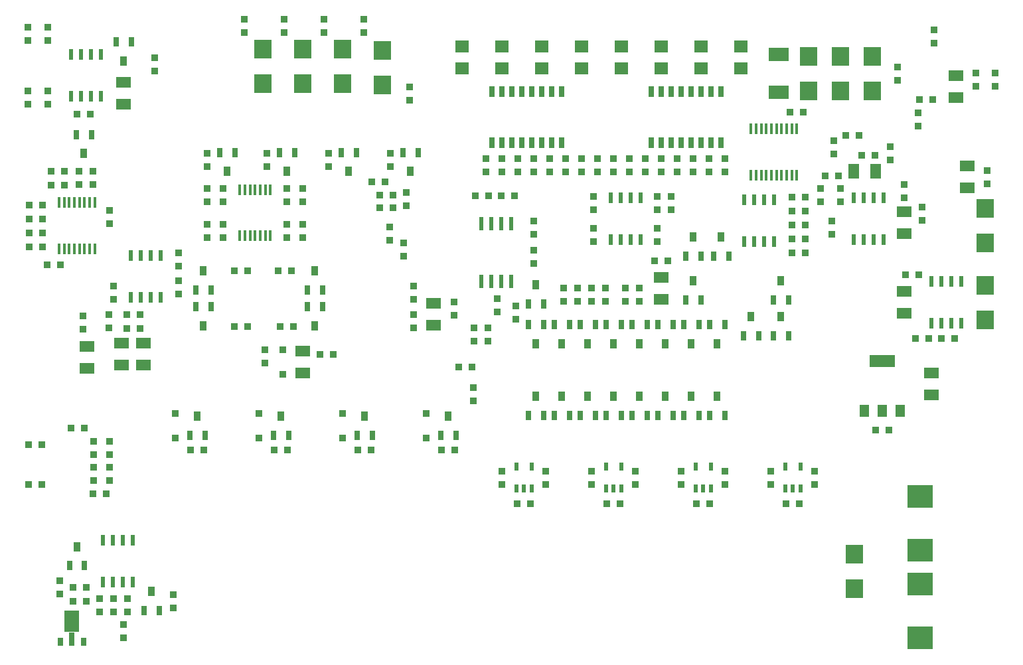
<source format=gbp>
G04 (created by PCBNEW (2013-jul-07)-stable) date miÃ© 17 sep 2014 11:04:25 ART*
%MOIN*%
G04 Gerber Fmt 3.4, Leading zero omitted, Abs format*
%FSLAX34Y34*%
G01*
G70*
G90*
G04 APERTURE LIST*
%ADD10C,0.00590551*%
%ADD11R,0.0374X0.0334*%
%ADD12R,0.078X0.058*%
%ADD13R,0.0294961X0.0452441*%
%ADD14R,0.0373701X0.0452441*%
%ADD15R,0.0354016X0.0334331*%
%ADD16R,0.0688661X0.0609921*%
%ADD17R,0.0334X0.0374*%
%ADD18R,0.021622X0.0688661*%
%ADD19R,0.013748X0.0570551*%
%ADD20R,0.0141417X0.0570551*%
%ADD21R,0.0157165X0.0550866*%
%ADD22R,0.0255591X0.0570551*%
%ADD23R,0.0255591X0.0413071*%
%ADD24R,0.0255591X0.0688661*%
%ADD25R,0.0767402X0.108236*%
%ADD26R,0.021622X0.0413071*%
%ADD27R,0.127921X0.0609921*%
%ADD28R,0.0452441X0.0609921*%
%ADD29R,0.021622X0.0578425*%
%ADD30R,0.1043X0.0689*%
%ADD31R,0.127921X0.112173*%
%ADD32R,0.0885512X0.0964252*%
%ADD33R,0.058X0.078*%
G04 APERTURE END LIST*
G54D10*
G54D11*
X64150Y-21434D03*
X64150Y-20765D03*
G54D12*
X63150Y-21651D03*
X63150Y-20548D03*
G54D13*
X33274Y-34072D03*
G54D14*
X32900Y-33127D03*
G54D13*
X32525Y-34072D03*
X24874Y-34072D03*
G54D14*
X24500Y-33127D03*
G54D13*
X24125Y-34072D03*
X29074Y-34072D03*
G54D14*
X28700Y-33127D03*
G54D13*
X28325Y-34072D03*
G54D15*
X27600Y-34220D03*
X27600Y-32979D03*
X31800Y-34220D03*
X31800Y-32979D03*
X23400Y-34220D03*
X23400Y-32979D03*
X36000Y-34220D03*
X36000Y-32979D03*
G54D13*
X37474Y-34072D03*
G54D14*
X37100Y-33127D03*
G54D13*
X36725Y-34072D03*
G54D16*
X39800Y-14548D03*
X39800Y-15651D03*
X41800Y-14548D03*
X41800Y-15651D03*
X37800Y-14548D03*
X37800Y-15651D03*
X51800Y-14548D03*
X51800Y-15651D03*
X43800Y-14548D03*
X43800Y-15651D03*
X45800Y-14548D03*
X45800Y-15651D03*
X47800Y-14548D03*
X47800Y-15651D03*
X49800Y-14548D03*
X49800Y-15651D03*
G54D17*
X39765Y-22050D03*
X40434Y-22050D03*
G54D18*
X40250Y-26356D03*
X39750Y-26356D03*
X39250Y-26356D03*
X38750Y-26356D03*
X38750Y-23443D03*
X39250Y-23443D03*
X39750Y-23443D03*
X40250Y-23443D03*
G54D11*
X39100Y-28665D03*
X39100Y-29334D03*
X38400Y-28665D03*
X38400Y-29334D03*
G54D17*
X58565Y-33800D03*
X59234Y-33800D03*
G54D19*
X53577Y-21031D03*
X53322Y-21031D03*
X53066Y-21031D03*
X52810Y-21031D03*
X54345Y-18668D03*
X54345Y-21031D03*
X54089Y-21031D03*
X53833Y-21031D03*
X52554Y-18668D03*
X52810Y-18668D03*
X53066Y-18668D03*
X53322Y-18668D03*
X53577Y-18668D03*
X53833Y-18668D03*
X52554Y-21031D03*
G54D20*
X54089Y-18668D03*
G54D19*
X54601Y-21031D03*
X52298Y-21031D03*
X52298Y-18668D03*
G54D20*
X54601Y-18668D03*
G54D21*
X18322Y-22388D03*
X18577Y-22388D03*
X18833Y-22388D03*
X19089Y-22388D03*
X19345Y-22388D03*
X17554Y-22388D03*
X17810Y-22388D03*
X18066Y-22388D03*
X19345Y-24711D03*
X19089Y-24711D03*
X18833Y-24711D03*
X18577Y-24711D03*
X18322Y-24711D03*
X18066Y-24711D03*
X17810Y-24711D03*
X17554Y-24711D03*
X27400Y-21738D03*
X27655Y-21738D03*
X27911Y-21738D03*
X28167Y-21738D03*
X28167Y-24061D03*
X26632Y-21738D03*
X26888Y-21738D03*
X27144Y-21738D03*
X27911Y-24061D03*
X27655Y-24061D03*
X27400Y-24061D03*
X27144Y-24061D03*
X26888Y-24061D03*
X26632Y-24061D03*
G54D22*
X47300Y-16820D03*
X47800Y-16820D03*
X48300Y-16820D03*
X48800Y-16820D03*
X49300Y-16820D03*
X49800Y-16820D03*
X50300Y-16820D03*
X50800Y-16820D03*
X50800Y-19379D03*
X50300Y-19379D03*
X49800Y-19379D03*
X49300Y-19379D03*
X48800Y-19379D03*
X48300Y-19379D03*
X47800Y-19379D03*
X47300Y-19379D03*
X39300Y-16820D03*
X39800Y-16820D03*
X40300Y-16820D03*
X40800Y-16820D03*
X41300Y-16820D03*
X41800Y-16820D03*
X42300Y-16820D03*
X42800Y-16820D03*
X42800Y-19379D03*
X42300Y-19379D03*
X41800Y-19379D03*
X41300Y-19379D03*
X40800Y-19379D03*
X40300Y-19379D03*
X39800Y-19379D03*
X39300Y-19379D03*
G54D23*
X18791Y-44450D03*
G54D24*
X18200Y-44312D03*
G54D23*
X17609Y-44450D03*
G54D25*
X18200Y-43406D03*
G54D26*
X54774Y-36751D03*
X54025Y-36751D03*
X54400Y-36751D03*
X54025Y-35648D03*
X54774Y-35648D03*
X50274Y-36751D03*
X49525Y-36751D03*
X49900Y-36751D03*
X49525Y-35648D03*
X50274Y-35648D03*
X45774Y-36751D03*
X45025Y-36751D03*
X45400Y-36751D03*
X45025Y-35648D03*
X45774Y-35648D03*
X41274Y-36751D03*
X40525Y-36751D03*
X40900Y-36751D03*
X40525Y-35648D03*
X41274Y-35648D03*
G54D13*
X41874Y-27472D03*
G54D14*
X41500Y-26527D03*
G54D13*
X41125Y-27472D03*
X43725Y-28527D03*
G54D14*
X44100Y-29472D03*
G54D13*
X44474Y-28527D03*
X47074Y-33072D03*
G54D14*
X46700Y-32127D03*
G54D13*
X46325Y-33072D03*
X45774Y-33072D03*
G54D14*
X45400Y-32127D03*
G54D13*
X45025Y-33072D03*
X44474Y-33072D03*
G54D14*
X44100Y-32127D03*
G54D13*
X43725Y-33072D03*
X43174Y-33072D03*
G54D14*
X42800Y-32127D03*
G54D13*
X42425Y-33072D03*
X41874Y-33072D03*
G54D14*
X41500Y-32127D03*
G54D13*
X41125Y-33072D03*
X41125Y-28527D03*
G54D14*
X41500Y-29472D03*
G54D13*
X41874Y-28527D03*
X42425Y-28527D03*
G54D14*
X42800Y-29472D03*
G54D13*
X43174Y-28527D03*
X31725Y-19877D03*
G54D14*
X32100Y-20822D03*
G54D13*
X32474Y-19877D03*
X48374Y-33072D03*
G54D14*
X48000Y-32127D03*
G54D13*
X47625Y-33072D03*
X49674Y-33072D03*
G54D14*
X49300Y-32127D03*
G54D13*
X48925Y-33072D03*
X50974Y-33072D03*
G54D14*
X50600Y-32127D03*
G54D13*
X50225Y-33072D03*
X20425Y-14327D03*
G54D14*
X20800Y-15272D03*
G54D13*
X21174Y-14327D03*
X34825Y-19877D03*
G54D14*
X35200Y-20822D03*
G54D13*
X35574Y-19877D03*
X25625Y-19877D03*
G54D14*
X26000Y-20822D03*
G54D13*
X26374Y-19877D03*
X28625Y-19877D03*
G54D14*
X29000Y-20822D03*
G54D13*
X29374Y-19877D03*
X49774Y-27272D03*
G54D14*
X49400Y-26327D03*
G54D13*
X49025Y-27272D03*
X22574Y-42872D03*
G54D14*
X22200Y-41927D03*
G54D13*
X21825Y-42872D03*
X18824Y-40622D03*
G54D14*
X18450Y-39677D03*
G54D13*
X18075Y-40622D03*
X54174Y-27272D03*
G54D14*
X53800Y-26327D03*
G54D13*
X53425Y-27272D03*
X18425Y-18977D03*
G54D14*
X18800Y-19922D03*
G54D13*
X19174Y-18977D03*
X45025Y-28527D03*
G54D14*
X45400Y-29472D03*
G54D13*
X45774Y-28527D03*
X52674Y-29072D03*
G54D14*
X52300Y-28127D03*
G54D13*
X51925Y-29072D03*
X54174Y-29072D03*
G54D14*
X53800Y-28127D03*
G54D13*
X53425Y-29072D03*
X30774Y-26772D03*
G54D14*
X30400Y-25827D03*
G54D13*
X30025Y-26772D03*
X25174Y-26772D03*
G54D14*
X24800Y-25827D03*
G54D13*
X24425Y-26772D03*
X24425Y-27627D03*
G54D14*
X24800Y-28572D03*
G54D13*
X25174Y-27627D03*
X30025Y-27627D03*
G54D14*
X30400Y-28572D03*
G54D13*
X30774Y-27627D03*
X49774Y-25072D03*
G54D14*
X49400Y-24127D03*
G54D13*
X49025Y-25072D03*
X51174Y-25072D03*
G54D14*
X50800Y-24127D03*
G54D13*
X50425Y-25072D03*
X50225Y-28527D03*
G54D14*
X50600Y-29472D03*
G54D13*
X50974Y-28527D03*
X48925Y-28527D03*
G54D14*
X49300Y-29472D03*
G54D13*
X49674Y-28527D03*
X47625Y-28527D03*
G54D14*
X48000Y-29472D03*
G54D13*
X48374Y-28527D03*
X46325Y-28527D03*
G54D14*
X46700Y-29472D03*
G54D13*
X47074Y-28527D03*
G54D27*
X58900Y-30340D03*
G54D28*
X58900Y-32859D03*
X57994Y-32859D03*
X59805Y-32859D03*
G54D29*
X58950Y-24262D03*
X58450Y-24262D03*
X57950Y-24262D03*
X57450Y-24262D03*
X57450Y-22137D03*
X57950Y-22137D03*
X58450Y-22137D03*
X58950Y-22137D03*
X21150Y-25037D03*
X21650Y-25037D03*
X22150Y-25037D03*
X22650Y-25037D03*
X22650Y-27162D03*
X22150Y-27162D03*
X21650Y-27162D03*
X21150Y-27162D03*
X21250Y-41462D03*
X20750Y-41462D03*
X20250Y-41462D03*
X19750Y-41462D03*
X19750Y-39337D03*
X20250Y-39337D03*
X20750Y-39337D03*
X21250Y-39337D03*
X19650Y-17062D03*
X19150Y-17062D03*
X18650Y-17062D03*
X18150Y-17062D03*
X18150Y-14937D03*
X18650Y-14937D03*
X19150Y-14937D03*
X19650Y-14937D03*
X61350Y-26337D03*
X61850Y-26337D03*
X62350Y-26337D03*
X62850Y-26337D03*
X62850Y-28462D03*
X62350Y-28462D03*
X61850Y-28462D03*
X61350Y-28462D03*
X46750Y-24262D03*
X46250Y-24262D03*
X45750Y-24262D03*
X45250Y-24262D03*
X45250Y-22137D03*
X45750Y-22137D03*
X46250Y-22137D03*
X46750Y-22137D03*
X53450Y-24362D03*
X52950Y-24362D03*
X52450Y-24362D03*
X51950Y-24362D03*
X51950Y-22237D03*
X52450Y-22237D03*
X52950Y-22237D03*
X53450Y-22237D03*
G54D15*
X28800Y-29779D03*
X28800Y-31020D03*
G54D30*
X53700Y-14955D03*
X53700Y-16845D03*
G54D11*
X46000Y-26665D03*
X46000Y-27334D03*
X40600Y-20834D03*
X40600Y-20165D03*
X39000Y-20834D03*
X39000Y-20165D03*
G54D17*
X54365Y-24900D03*
X55034Y-24900D03*
G54D11*
X20800Y-43565D03*
X20800Y-44234D03*
X21000Y-42265D03*
X21000Y-42934D03*
X20300Y-42934D03*
X20300Y-42265D03*
X17600Y-41365D03*
X17600Y-42034D03*
X19600Y-42265D03*
X19600Y-42934D03*
G54D17*
X18934Y-41700D03*
X18265Y-41700D03*
X55034Y-22800D03*
X54365Y-22800D03*
G54D11*
X48300Y-22734D03*
X48300Y-22065D03*
X44300Y-26665D03*
X44300Y-27334D03*
G54D17*
X55034Y-23500D03*
X54365Y-23500D03*
X55034Y-24200D03*
X54365Y-24200D03*
G54D11*
X44400Y-22065D03*
X44400Y-22734D03*
X47600Y-23665D03*
X47600Y-24334D03*
X44400Y-24334D03*
X44400Y-23665D03*
X43600Y-26665D03*
X43600Y-27334D03*
X42900Y-26665D03*
X42900Y-27334D03*
G54D17*
X48134Y-25300D03*
X47465Y-25300D03*
G54D11*
X40500Y-28234D03*
X40500Y-27565D03*
G54D17*
X36765Y-34800D03*
X37434Y-34800D03*
X24165Y-34800D03*
X24834Y-34800D03*
X54065Y-37500D03*
X54734Y-37500D03*
X40565Y-37500D03*
X41234Y-37500D03*
G54D11*
X25800Y-22334D03*
X25800Y-21665D03*
X38350Y-32334D03*
X38350Y-31665D03*
X25000Y-19915D03*
X25000Y-20584D03*
X28000Y-19915D03*
X28000Y-20584D03*
X34200Y-19915D03*
X34200Y-20584D03*
X31100Y-19915D03*
X31100Y-20584D03*
G54D17*
X49565Y-37500D03*
X50234Y-37500D03*
G54D11*
X43800Y-20834D03*
X43800Y-20165D03*
X45400Y-20834D03*
X45400Y-20165D03*
X47000Y-20834D03*
X47000Y-20165D03*
X48600Y-20834D03*
X48600Y-20165D03*
X50200Y-20834D03*
X50200Y-20165D03*
G54D17*
X57734Y-19000D03*
X57065Y-19000D03*
X28365Y-34800D03*
X29034Y-34800D03*
X45065Y-37500D03*
X45734Y-37500D03*
G54D11*
X42200Y-20834D03*
X42200Y-20165D03*
X46700Y-26665D03*
X46700Y-27334D03*
X29000Y-24134D03*
X29000Y-23465D03*
X25800Y-24134D03*
X25800Y-23465D03*
X29000Y-22334D03*
X29000Y-21665D03*
G54D17*
X32565Y-34800D03*
X33234Y-34800D03*
X61434Y-17200D03*
X60765Y-17200D03*
G54D11*
X19300Y-34365D03*
X19300Y-35034D03*
X19300Y-36334D03*
X19300Y-35665D03*
G54D17*
X16684Y-34550D03*
X16015Y-34550D03*
G54D11*
X27900Y-30434D03*
X27900Y-29765D03*
G54D17*
X19934Y-37000D03*
X19265Y-37000D03*
G54D11*
X59650Y-15565D03*
X59650Y-16234D03*
X61500Y-13715D03*
X61500Y-14384D03*
X22350Y-15115D03*
X22350Y-15784D03*
X17000Y-13565D03*
X17000Y-14234D03*
X16000Y-14234D03*
X16000Y-13565D03*
X17000Y-16765D03*
X17000Y-17434D03*
X16000Y-17434D03*
X16000Y-16765D03*
X60700Y-18534D03*
X60700Y-17865D03*
X20100Y-22765D03*
X20100Y-23434D03*
X64550Y-16534D03*
X64550Y-15865D03*
G54D17*
X19134Y-17950D03*
X18465Y-17950D03*
X60734Y-26000D03*
X60065Y-26000D03*
G54D11*
X37400Y-28034D03*
X37400Y-27365D03*
G54D17*
X18834Y-33700D03*
X18165Y-33700D03*
X27034Y-28600D03*
X26365Y-28600D03*
X28665Y-28600D03*
X29334Y-28600D03*
X27034Y-25800D03*
X26365Y-25800D03*
X28565Y-25800D03*
X29234Y-25800D03*
G54D11*
X20300Y-27234D03*
X20300Y-26565D03*
X23550Y-26984D03*
X23550Y-26315D03*
X35150Y-16565D03*
X35150Y-17234D03*
X59300Y-19565D03*
X59300Y-20234D03*
G54D17*
X16734Y-23200D03*
X16065Y-23200D03*
G54D11*
X23300Y-42065D03*
X23300Y-42734D03*
X18750Y-28734D03*
X18750Y-28065D03*
X20050Y-28015D03*
X20050Y-28684D03*
G54D17*
X16734Y-23900D03*
X16065Y-23900D03*
G54D11*
X35000Y-22534D03*
X35000Y-21865D03*
G54D17*
X21634Y-28700D03*
X20965Y-28700D03*
X16734Y-24600D03*
X16065Y-24600D03*
G54D11*
X60000Y-21465D03*
X60000Y-22134D03*
G54D17*
X16734Y-22500D03*
X16065Y-22500D03*
G54D31*
X60800Y-44258D03*
X60800Y-41541D03*
X60800Y-39858D03*
X60800Y-37141D03*
G54D32*
X55200Y-15033D03*
X55200Y-16766D03*
X64050Y-26533D03*
X64050Y-28266D03*
X33800Y-16466D03*
X33800Y-14733D03*
X29800Y-16416D03*
X29800Y-14683D03*
X57500Y-40033D03*
X57500Y-41766D03*
X64050Y-22683D03*
X64050Y-24416D03*
X31800Y-16416D03*
X31800Y-14683D03*
X56800Y-15033D03*
X56800Y-16766D03*
X27800Y-16416D03*
X27800Y-14683D03*
X58400Y-15033D03*
X58400Y-16766D03*
G54D12*
X20800Y-16348D03*
X20800Y-17451D03*
G54D33*
X58551Y-20800D03*
X57448Y-20800D03*
G54D12*
X36350Y-27448D03*
X36350Y-28551D03*
X47800Y-27251D03*
X47800Y-26148D03*
X18950Y-29598D03*
X18950Y-30701D03*
X29800Y-29848D03*
X29800Y-30951D03*
X60000Y-27951D03*
X60000Y-26848D03*
X21800Y-29448D03*
X21800Y-30551D03*
X60000Y-22848D03*
X60000Y-23951D03*
X20700Y-29448D03*
X20700Y-30551D03*
X62600Y-17101D03*
X62600Y-15998D03*
X61350Y-30948D03*
X61350Y-32051D03*
G54D11*
X29800Y-21665D03*
X29800Y-22334D03*
X34150Y-23615D03*
X34150Y-24284D03*
X35350Y-26565D03*
X35350Y-27234D03*
X55800Y-21665D03*
X55800Y-22334D03*
G54D17*
X56015Y-21050D03*
X56684Y-21050D03*
X33934Y-21350D03*
X33265Y-21350D03*
G54D11*
X56450Y-19265D03*
X56450Y-19934D03*
G54D17*
X34334Y-22000D03*
X33665Y-22000D03*
G54D11*
X56350Y-23984D03*
X56350Y-23315D03*
G54D17*
X58534Y-20000D03*
X57865Y-20000D03*
G54D11*
X60900Y-22615D03*
X60900Y-23284D03*
G54D17*
X54934Y-17850D03*
X54265Y-17850D03*
G54D11*
X35350Y-28015D03*
X35350Y-28684D03*
X41400Y-24765D03*
X41400Y-25434D03*
X39550Y-27215D03*
X39550Y-27884D03*
G54D17*
X18934Y-42400D03*
X18265Y-42400D03*
G54D11*
X34850Y-25084D03*
X34850Y-24415D03*
G54D17*
X38465Y-22050D03*
X39134Y-22050D03*
X30665Y-30000D03*
X31334Y-30000D03*
G54D11*
X56800Y-21665D03*
X56800Y-22334D03*
X49400Y-20834D03*
X49400Y-20165D03*
X41400Y-20834D03*
X41400Y-20165D03*
X43000Y-20834D03*
X43000Y-20165D03*
X30850Y-13834D03*
X30850Y-13165D03*
X44600Y-20834D03*
X44600Y-20165D03*
G54D17*
X61865Y-29200D03*
X62534Y-29200D03*
G54D11*
X46200Y-20834D03*
X46200Y-20165D03*
X28850Y-13834D03*
X28850Y-13165D03*
G54D17*
X16015Y-36550D03*
X16684Y-36550D03*
G54D11*
X63600Y-15865D03*
X63600Y-16534D03*
X47800Y-20834D03*
X47800Y-20165D03*
X26850Y-13834D03*
X26850Y-13165D03*
G54D17*
X17165Y-21500D03*
X17834Y-21500D03*
G54D11*
X32850Y-13834D03*
X32850Y-13165D03*
X53300Y-36534D03*
X53300Y-35865D03*
X55500Y-36534D03*
X55500Y-35865D03*
X51000Y-20834D03*
X51000Y-20165D03*
X51000Y-36534D03*
X51000Y-35865D03*
X48800Y-36534D03*
X48800Y-35865D03*
X46500Y-36534D03*
X46500Y-35865D03*
X44300Y-36534D03*
X44300Y-35865D03*
X42000Y-36534D03*
X42000Y-35865D03*
X39800Y-36534D03*
X39800Y-35865D03*
X18550Y-21484D03*
X18550Y-20815D03*
G54D17*
X16965Y-25500D03*
X17634Y-25500D03*
X17834Y-20800D03*
X17165Y-20800D03*
G54D11*
X41400Y-23315D03*
X41400Y-23984D03*
X47600Y-22734D03*
X47600Y-22065D03*
G54D17*
X54365Y-22100D03*
X55034Y-22100D03*
X38284Y-30650D03*
X37615Y-30650D03*
X33665Y-22650D03*
X34334Y-22650D03*
X20965Y-28000D03*
X21634Y-28000D03*
G54D11*
X45000Y-27334D03*
X45000Y-26665D03*
G54D17*
X61234Y-29200D03*
X60565Y-29200D03*
G54D11*
X23550Y-24915D03*
X23550Y-25584D03*
X29800Y-23465D03*
X29800Y-24134D03*
X25000Y-23465D03*
X25000Y-24134D03*
X19250Y-21484D03*
X19250Y-20815D03*
X25000Y-22334D03*
X25000Y-21665D03*
X20100Y-34365D03*
X20100Y-35034D03*
X20100Y-36334D03*
X20100Y-35665D03*
X39800Y-20834D03*
X39800Y-20165D03*
M02*

</source>
